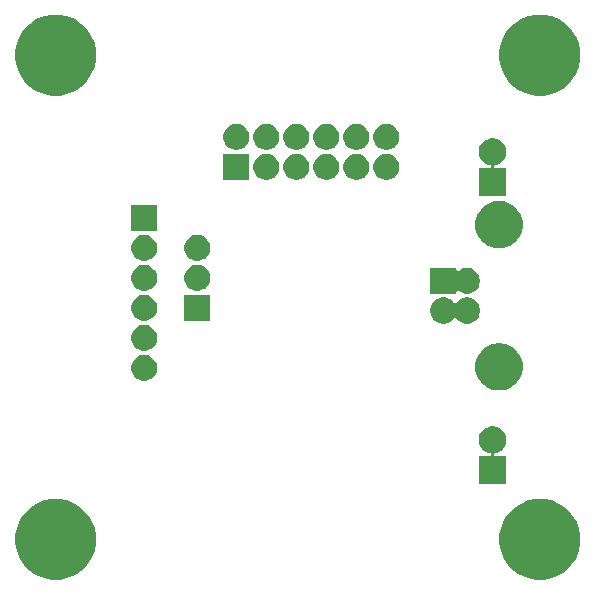
<source format=gbs>
G04 #@! TF.GenerationSoftware,KiCad,Pcbnew,(5.1.5)-3*
G04 #@! TF.CreationDate,2020-05-21T16:35:35-04:00*
G04 #@! TF.ProjectId,FTDI-USB-TTL-49MM,46544449-2d55-4534-922d-54544c2d3439,1*
G04 #@! TF.SameCoordinates,Original*
G04 #@! TF.FileFunction,Soldermask,Bot*
G04 #@! TF.FilePolarity,Negative*
%FSLAX46Y46*%
G04 Gerber Fmt 4.6, Leading zero omitted, Abs format (unit mm)*
G04 Created by KiCad (PCBNEW (5.1.5)-3) date 2020-05-21 16:35:35*
%MOMM*%
%LPD*%
G04 APERTURE LIST*
%ADD10C,0.150000*%
G04 APERTURE END LIST*
D10*
G36*
X46000201Y-41702774D02*
G01*
X46624239Y-41961259D01*
X46624240Y-41961260D01*
X47185860Y-42336522D01*
X47663478Y-42814140D01*
X47914220Y-43189403D01*
X48038741Y-43375761D01*
X48297226Y-43999799D01*
X48429000Y-44662272D01*
X48429000Y-45337728D01*
X48297226Y-46000201D01*
X48038741Y-46624239D01*
X48038740Y-46624240D01*
X47663478Y-47185860D01*
X47185860Y-47663478D01*
X46810597Y-47914220D01*
X46624239Y-48038741D01*
X46000201Y-48297226D01*
X45337728Y-48429000D01*
X44662272Y-48429000D01*
X43999799Y-48297226D01*
X43375761Y-48038741D01*
X43189403Y-47914220D01*
X42814140Y-47663478D01*
X42336522Y-47185860D01*
X41961260Y-46624240D01*
X41961259Y-46624239D01*
X41702774Y-46000201D01*
X41571000Y-45337728D01*
X41571000Y-44662272D01*
X41702774Y-43999799D01*
X41961259Y-43375761D01*
X42085780Y-43189403D01*
X42336522Y-42814140D01*
X42814140Y-42336522D01*
X43375760Y-41961260D01*
X43375761Y-41961259D01*
X43999799Y-41702774D01*
X44662272Y-41571000D01*
X45337728Y-41571000D01*
X46000201Y-41702774D01*
G37*
G36*
X5000201Y-41702774D02*
G01*
X5624239Y-41961259D01*
X5624240Y-41961260D01*
X6185860Y-42336522D01*
X6663478Y-42814140D01*
X6914220Y-43189403D01*
X7038741Y-43375761D01*
X7297226Y-43999799D01*
X7429000Y-44662272D01*
X7429000Y-45337728D01*
X7297226Y-46000201D01*
X7038741Y-46624239D01*
X7038740Y-46624240D01*
X6663478Y-47185860D01*
X6185860Y-47663478D01*
X5810597Y-47914220D01*
X5624239Y-48038741D01*
X5000201Y-48297226D01*
X4337728Y-48429000D01*
X3662272Y-48429000D01*
X2999799Y-48297226D01*
X2375761Y-48038741D01*
X2189403Y-47914220D01*
X1814140Y-47663478D01*
X1336522Y-47185860D01*
X961260Y-46624240D01*
X961259Y-46624239D01*
X702774Y-46000201D01*
X571000Y-45337728D01*
X571000Y-44662272D01*
X702774Y-43999799D01*
X961259Y-43375761D01*
X1085780Y-43189403D01*
X1336522Y-42814140D01*
X1814140Y-42336522D01*
X2375760Y-41961260D01*
X2375761Y-41961259D01*
X2999799Y-41702774D01*
X3662272Y-41571000D01*
X4337728Y-41571000D01*
X5000201Y-41702774D01*
G37*
G36*
X41336609Y-35466347D02*
G01*
X41546623Y-35553337D01*
X41735632Y-35679629D01*
X41896371Y-35840368D01*
X42022663Y-36029377D01*
X42109653Y-36239391D01*
X42154000Y-36462340D01*
X42154000Y-36689660D01*
X42109653Y-36912609D01*
X42022663Y-37122623D01*
X41896371Y-37311632D01*
X41735632Y-37472371D01*
X41546623Y-37598663D01*
X41336609Y-37685653D01*
X41192067Y-37714404D01*
X41168618Y-37721517D01*
X41147007Y-37733068D01*
X41128065Y-37748613D01*
X41112520Y-37767555D01*
X41100969Y-37789166D01*
X41093856Y-37812615D01*
X41091454Y-37837001D01*
X41093856Y-37861387D01*
X41100969Y-37884836D01*
X41112520Y-37906447D01*
X41128065Y-37925389D01*
X41147007Y-37940934D01*
X41168618Y-37952485D01*
X41192067Y-37959598D01*
X41216453Y-37962000D01*
X42154000Y-37962000D01*
X42154000Y-40270000D01*
X39846000Y-40270000D01*
X39846000Y-37962000D01*
X40783547Y-37962000D01*
X40807933Y-37959598D01*
X40831382Y-37952485D01*
X40852993Y-37940934D01*
X40871935Y-37925389D01*
X40887480Y-37906447D01*
X40899031Y-37884836D01*
X40906144Y-37861387D01*
X40908546Y-37837001D01*
X40906144Y-37812615D01*
X40899031Y-37789166D01*
X40887480Y-37767555D01*
X40871935Y-37748613D01*
X40852993Y-37733068D01*
X40831382Y-37721517D01*
X40807933Y-37714404D01*
X40663391Y-37685653D01*
X40453377Y-37598663D01*
X40264368Y-37472371D01*
X40103629Y-37311632D01*
X39977337Y-37122623D01*
X39890347Y-36912609D01*
X39846000Y-36689660D01*
X39846000Y-36462340D01*
X39890347Y-36239391D01*
X39977337Y-36029377D01*
X40103629Y-35840368D01*
X40264368Y-35679629D01*
X40453377Y-35553337D01*
X40663391Y-35466347D01*
X40886340Y-35422000D01*
X41113660Y-35422000D01*
X41336609Y-35466347D01*
G37*
G36*
X41930961Y-28418506D02*
G01*
X42124545Y-28457013D01*
X42489250Y-28608079D01*
X42817475Y-28827392D01*
X43096608Y-29106525D01*
X43305014Y-29418426D01*
X43315922Y-29434752D01*
X43466987Y-29799456D01*
X43544000Y-30186622D01*
X43544000Y-30581378D01*
X43542536Y-30588736D01*
X43466987Y-30968545D01*
X43315921Y-31333250D01*
X43096608Y-31661475D01*
X42817475Y-31940608D01*
X42489250Y-32159921D01*
X42124545Y-32310987D01*
X41930961Y-32349494D01*
X41737378Y-32388000D01*
X41342622Y-32388000D01*
X41149039Y-32349494D01*
X40955455Y-32310987D01*
X40590750Y-32159921D01*
X40262525Y-31940608D01*
X39983392Y-31661475D01*
X39764079Y-31333250D01*
X39613013Y-30968545D01*
X39537464Y-30588736D01*
X39536000Y-30581378D01*
X39536000Y-30186622D01*
X39613013Y-29799456D01*
X39764078Y-29434752D01*
X39774987Y-29418426D01*
X39983392Y-29106525D01*
X40262525Y-28827392D01*
X40590750Y-28608079D01*
X40955455Y-28457013D01*
X41149039Y-28418506D01*
X41342622Y-28380000D01*
X41737378Y-28380000D01*
X41930961Y-28418506D01*
G37*
G36*
X11822024Y-29418425D02*
G01*
X12022939Y-29501647D01*
X12022940Y-29501648D01*
X12203759Y-29622467D01*
X12357533Y-29776241D01*
X12418353Y-29867265D01*
X12478353Y-29957061D01*
X12561575Y-30157976D01*
X12604000Y-30371264D01*
X12604000Y-30588736D01*
X12561575Y-30802024D01*
X12478353Y-31002939D01*
X12478352Y-31002940D01*
X12357533Y-31183759D01*
X12203759Y-31337533D01*
X12112735Y-31398353D01*
X12022939Y-31458353D01*
X11822024Y-31541575D01*
X11608736Y-31584000D01*
X11391264Y-31584000D01*
X11177976Y-31541575D01*
X10977061Y-31458353D01*
X10887265Y-31398353D01*
X10796241Y-31337533D01*
X10642467Y-31183759D01*
X10521648Y-31002940D01*
X10521647Y-31002939D01*
X10438425Y-30802024D01*
X10396000Y-30588736D01*
X10396000Y-30371264D01*
X10438425Y-30157976D01*
X10521647Y-29957061D01*
X10581647Y-29867265D01*
X10642467Y-29776241D01*
X10796241Y-29622467D01*
X10977060Y-29501648D01*
X10977061Y-29501647D01*
X11177976Y-29418425D01*
X11391264Y-29376000D01*
X11608736Y-29376000D01*
X11822024Y-29418425D01*
G37*
G36*
X11822024Y-26878425D02*
G01*
X12022939Y-26961647D01*
X12022940Y-26961648D01*
X12203759Y-27082467D01*
X12357533Y-27236241D01*
X12357534Y-27236243D01*
X12478353Y-27417061D01*
X12561575Y-27617976D01*
X12604000Y-27831264D01*
X12604000Y-28048736D01*
X12561575Y-28262024D01*
X12478353Y-28462939D01*
X12478352Y-28462940D01*
X12357533Y-28643759D01*
X12203759Y-28797533D01*
X12112735Y-28858353D01*
X12022939Y-28918353D01*
X11822024Y-29001575D01*
X11608736Y-29044000D01*
X11391264Y-29044000D01*
X11177976Y-29001575D01*
X10977061Y-28918353D01*
X10887265Y-28858353D01*
X10796241Y-28797533D01*
X10642467Y-28643759D01*
X10521648Y-28462940D01*
X10521647Y-28462939D01*
X10438425Y-28262024D01*
X10396000Y-28048736D01*
X10396000Y-27831264D01*
X10438425Y-27617976D01*
X10521647Y-27417061D01*
X10642466Y-27236243D01*
X10642467Y-27236241D01*
X10796241Y-27082467D01*
X10977060Y-26961648D01*
X10977061Y-26961647D01*
X11177976Y-26878425D01*
X11391264Y-26836000D01*
X11608736Y-26836000D01*
X11822024Y-26878425D01*
G37*
G36*
X37152024Y-24552425D02*
G01*
X37352939Y-24635647D01*
X37352940Y-24635648D01*
X37533759Y-24756467D01*
X37687533Y-24910241D01*
X37687534Y-24910243D01*
X37726067Y-24967912D01*
X37741612Y-24986854D01*
X37760554Y-25002399D01*
X37782165Y-25013950D01*
X37805614Y-25021063D01*
X37830000Y-25023465D01*
X37854386Y-25021063D01*
X37877835Y-25013950D01*
X37899446Y-25002399D01*
X37918388Y-24986854D01*
X37933933Y-24967912D01*
X37972466Y-24910243D01*
X37972467Y-24910241D01*
X38126241Y-24756467D01*
X38307060Y-24635648D01*
X38307061Y-24635647D01*
X38507976Y-24552425D01*
X38721264Y-24510000D01*
X38938736Y-24510000D01*
X39152024Y-24552425D01*
X39352939Y-24635647D01*
X39352940Y-24635648D01*
X39533759Y-24756467D01*
X39687533Y-24910241D01*
X39687534Y-24910243D01*
X39808353Y-25091061D01*
X39891575Y-25291976D01*
X39934000Y-25505264D01*
X39934000Y-25722736D01*
X39891575Y-25936024D01*
X39808353Y-26136939D01*
X39808352Y-26136940D01*
X39687533Y-26317759D01*
X39533759Y-26471533D01*
X39442735Y-26532353D01*
X39352939Y-26592353D01*
X39152024Y-26675575D01*
X38938736Y-26718000D01*
X38721264Y-26718000D01*
X38507976Y-26675575D01*
X38307061Y-26592353D01*
X38217265Y-26532353D01*
X38126241Y-26471533D01*
X37972467Y-26317759D01*
X37933931Y-26260085D01*
X37918388Y-26241146D01*
X37899446Y-26225601D01*
X37877835Y-26214050D01*
X37854386Y-26206937D01*
X37830000Y-26204535D01*
X37805614Y-26206937D01*
X37782165Y-26214050D01*
X37760554Y-26225601D01*
X37741612Y-26241146D01*
X37726069Y-26260085D01*
X37687533Y-26317759D01*
X37533759Y-26471533D01*
X37442735Y-26532353D01*
X37352939Y-26592353D01*
X37152024Y-26675575D01*
X36938736Y-26718000D01*
X36721264Y-26718000D01*
X36507976Y-26675575D01*
X36307061Y-26592353D01*
X36217265Y-26532353D01*
X36126241Y-26471533D01*
X35972467Y-26317759D01*
X35851648Y-26136940D01*
X35851647Y-26136939D01*
X35768425Y-25936024D01*
X35726000Y-25722736D01*
X35726000Y-25505264D01*
X35768425Y-25291976D01*
X35851647Y-25091061D01*
X35972466Y-24910243D01*
X35972467Y-24910241D01*
X36126241Y-24756467D01*
X36307060Y-24635648D01*
X36307061Y-24635647D01*
X36507976Y-24552425D01*
X36721264Y-24510000D01*
X36938736Y-24510000D01*
X37152024Y-24552425D01*
G37*
G36*
X11822024Y-24338425D02*
G01*
X12022939Y-24421647D01*
X12022940Y-24421648D01*
X12203759Y-24542467D01*
X12357533Y-24696241D01*
X12418353Y-24787265D01*
X12478353Y-24877061D01*
X12561575Y-25077976D01*
X12604000Y-25291264D01*
X12604000Y-25508736D01*
X12561575Y-25722024D01*
X12478353Y-25922939D01*
X12478352Y-25922940D01*
X12357533Y-26103759D01*
X12203759Y-26257533D01*
X12199935Y-26260088D01*
X12022939Y-26378353D01*
X11822024Y-26461575D01*
X11608736Y-26504000D01*
X11391264Y-26504000D01*
X11177976Y-26461575D01*
X10977061Y-26378353D01*
X10800065Y-26260088D01*
X10796241Y-26257533D01*
X10642467Y-26103759D01*
X10521648Y-25922940D01*
X10521647Y-25922939D01*
X10438425Y-25722024D01*
X10396000Y-25508736D01*
X10396000Y-25291264D01*
X10438425Y-25077976D01*
X10521647Y-24877061D01*
X10581647Y-24787265D01*
X10642467Y-24696241D01*
X10796241Y-24542467D01*
X10977060Y-24421648D01*
X10977061Y-24421647D01*
X11177976Y-24338425D01*
X11391264Y-24296000D01*
X11608736Y-24296000D01*
X11822024Y-24338425D01*
G37*
G36*
X17104000Y-26504000D02*
G01*
X14896000Y-26504000D01*
X14896000Y-24296000D01*
X17104000Y-24296000D01*
X17104000Y-26504000D01*
G37*
G36*
X37934000Y-22151062D02*
G01*
X37936402Y-22175448D01*
X37943515Y-22198897D01*
X37955066Y-22220508D01*
X37970611Y-22239450D01*
X37989553Y-22254995D01*
X38011164Y-22266546D01*
X38034613Y-22273659D01*
X38058999Y-22276061D01*
X38083385Y-22273659D01*
X38106834Y-22266546D01*
X38128440Y-22254998D01*
X38307060Y-22135648D01*
X38307061Y-22135647D01*
X38507976Y-22052425D01*
X38721264Y-22010000D01*
X38938736Y-22010000D01*
X39152024Y-22052425D01*
X39352939Y-22135647D01*
X39352940Y-22135648D01*
X39533759Y-22256467D01*
X39687533Y-22410241D01*
X39687534Y-22410243D01*
X39808353Y-22591061D01*
X39891575Y-22791976D01*
X39934000Y-23005264D01*
X39934000Y-23222736D01*
X39891575Y-23436024D01*
X39808353Y-23636939D01*
X39808352Y-23636940D01*
X39687533Y-23817759D01*
X39533759Y-23971533D01*
X39508291Y-23988550D01*
X39352939Y-24092353D01*
X39152024Y-24175575D01*
X38938736Y-24218000D01*
X38721264Y-24218000D01*
X38507976Y-24175575D01*
X38307061Y-24092353D01*
X38180058Y-24007492D01*
X38128440Y-23973002D01*
X38106834Y-23961454D01*
X38083385Y-23954341D01*
X38058999Y-23951939D01*
X38034613Y-23954341D01*
X38011164Y-23961454D01*
X37989554Y-23973005D01*
X37970612Y-23988550D01*
X37955066Y-24007492D01*
X37943515Y-24029103D01*
X37936402Y-24052552D01*
X37934000Y-24076938D01*
X37934000Y-24218000D01*
X35726000Y-24218000D01*
X35726000Y-22010000D01*
X37934000Y-22010000D01*
X37934000Y-22151062D01*
G37*
G36*
X11822024Y-21798425D02*
G01*
X12022939Y-21881647D01*
X12022940Y-21881648D01*
X12203759Y-22002467D01*
X12357533Y-22156241D01*
X12386035Y-22198897D01*
X12478353Y-22337061D01*
X12561575Y-22537976D01*
X12604000Y-22751264D01*
X12604000Y-22968736D01*
X12561575Y-23182024D01*
X12478353Y-23382939D01*
X12478352Y-23382940D01*
X12357533Y-23563759D01*
X12203759Y-23717533D01*
X12112735Y-23778353D01*
X12022939Y-23838353D01*
X11822024Y-23921575D01*
X11608736Y-23964000D01*
X11391264Y-23964000D01*
X11177976Y-23921575D01*
X10977061Y-23838353D01*
X10887265Y-23778353D01*
X10796241Y-23717533D01*
X10642467Y-23563759D01*
X10521648Y-23382940D01*
X10521647Y-23382939D01*
X10438425Y-23182024D01*
X10396000Y-22968736D01*
X10396000Y-22751264D01*
X10438425Y-22537976D01*
X10521647Y-22337061D01*
X10613965Y-22198897D01*
X10642467Y-22156241D01*
X10796241Y-22002467D01*
X10977060Y-21881648D01*
X10977061Y-21881647D01*
X11177976Y-21798425D01*
X11391264Y-21756000D01*
X11608736Y-21756000D01*
X11822024Y-21798425D01*
G37*
G36*
X16322024Y-21798425D02*
G01*
X16522939Y-21881647D01*
X16522940Y-21881648D01*
X16703759Y-22002467D01*
X16857533Y-22156241D01*
X16886035Y-22198897D01*
X16978353Y-22337061D01*
X17061575Y-22537976D01*
X17104000Y-22751264D01*
X17104000Y-22968736D01*
X17061575Y-23182024D01*
X16978353Y-23382939D01*
X16978352Y-23382940D01*
X16857533Y-23563759D01*
X16703759Y-23717533D01*
X16612735Y-23778353D01*
X16522939Y-23838353D01*
X16322024Y-23921575D01*
X16108736Y-23964000D01*
X15891264Y-23964000D01*
X15677976Y-23921575D01*
X15477061Y-23838353D01*
X15387265Y-23778353D01*
X15296241Y-23717533D01*
X15142467Y-23563759D01*
X15021648Y-23382940D01*
X15021647Y-23382939D01*
X14938425Y-23182024D01*
X14896000Y-22968736D01*
X14896000Y-22751264D01*
X14938425Y-22537976D01*
X15021647Y-22337061D01*
X15113965Y-22198897D01*
X15142467Y-22156241D01*
X15296241Y-22002467D01*
X15477060Y-21881648D01*
X15477061Y-21881647D01*
X15677976Y-21798425D01*
X15891264Y-21756000D01*
X16108736Y-21756000D01*
X16322024Y-21798425D01*
G37*
G36*
X11822024Y-19258425D02*
G01*
X12022939Y-19341647D01*
X12022940Y-19341648D01*
X12203759Y-19462467D01*
X12357533Y-19616241D01*
X12357534Y-19616243D01*
X12478353Y-19797061D01*
X12561575Y-19997976D01*
X12604000Y-20211264D01*
X12604000Y-20428736D01*
X12561575Y-20642024D01*
X12478353Y-20842939D01*
X12478352Y-20842940D01*
X12357533Y-21023759D01*
X12203759Y-21177533D01*
X12112735Y-21238353D01*
X12022939Y-21298353D01*
X11822024Y-21381575D01*
X11608736Y-21424000D01*
X11391264Y-21424000D01*
X11177976Y-21381575D01*
X10977061Y-21298353D01*
X10887265Y-21238353D01*
X10796241Y-21177533D01*
X10642467Y-21023759D01*
X10521648Y-20842940D01*
X10521647Y-20842939D01*
X10438425Y-20642024D01*
X10396000Y-20428736D01*
X10396000Y-20211264D01*
X10438425Y-19997976D01*
X10521647Y-19797061D01*
X10642466Y-19616243D01*
X10642467Y-19616241D01*
X10796241Y-19462467D01*
X10977060Y-19341648D01*
X10977061Y-19341647D01*
X11177976Y-19258425D01*
X11391264Y-19216000D01*
X11608736Y-19216000D01*
X11822024Y-19258425D01*
G37*
G36*
X16322024Y-19258425D02*
G01*
X16522939Y-19341647D01*
X16522940Y-19341648D01*
X16703759Y-19462467D01*
X16857533Y-19616241D01*
X16857534Y-19616243D01*
X16978353Y-19797061D01*
X17061575Y-19997976D01*
X17104000Y-20211264D01*
X17104000Y-20428736D01*
X17061575Y-20642024D01*
X16978353Y-20842939D01*
X16978352Y-20842940D01*
X16857533Y-21023759D01*
X16703759Y-21177533D01*
X16612735Y-21238353D01*
X16522939Y-21298353D01*
X16322024Y-21381575D01*
X16108736Y-21424000D01*
X15891264Y-21424000D01*
X15677976Y-21381575D01*
X15477061Y-21298353D01*
X15387265Y-21238353D01*
X15296241Y-21177533D01*
X15142467Y-21023759D01*
X15021648Y-20842940D01*
X15021647Y-20842939D01*
X14938425Y-20642024D01*
X14896000Y-20428736D01*
X14896000Y-20211264D01*
X14938425Y-19997976D01*
X15021647Y-19797061D01*
X15142466Y-19616243D01*
X15142467Y-19616241D01*
X15296241Y-19462467D01*
X15477060Y-19341648D01*
X15477061Y-19341647D01*
X15677976Y-19258425D01*
X15891264Y-19216000D01*
X16108736Y-19216000D01*
X16322024Y-19258425D01*
G37*
G36*
X41930961Y-16378506D02*
G01*
X42124545Y-16417013D01*
X42489250Y-16568079D01*
X42817475Y-16787392D01*
X43096608Y-17066525D01*
X43315921Y-17394750D01*
X43466987Y-17759455D01*
X43544000Y-18146623D01*
X43544000Y-18541377D01*
X43466987Y-18928545D01*
X43315921Y-19293250D01*
X43096608Y-19621475D01*
X42817475Y-19900608D01*
X42489250Y-20119921D01*
X42124545Y-20270987D01*
X41930961Y-20309494D01*
X41737378Y-20348000D01*
X41342622Y-20348000D01*
X41149039Y-20309493D01*
X40955455Y-20270987D01*
X40590750Y-20119921D01*
X40262525Y-19900608D01*
X39983392Y-19621475D01*
X39764079Y-19293250D01*
X39613013Y-18928545D01*
X39536000Y-18541377D01*
X39536000Y-18146623D01*
X39613013Y-17759455D01*
X39764079Y-17394750D01*
X39983392Y-17066525D01*
X40262525Y-16787392D01*
X40590750Y-16568079D01*
X40955455Y-16417013D01*
X41149039Y-16378506D01*
X41342622Y-16340000D01*
X41737378Y-16340000D01*
X41930961Y-16378506D01*
G37*
G36*
X12604000Y-18884000D02*
G01*
X10396000Y-18884000D01*
X10396000Y-16676000D01*
X12604000Y-16676000D01*
X12604000Y-18884000D01*
G37*
G36*
X41336609Y-11080347D02*
G01*
X41546623Y-11167337D01*
X41735632Y-11293629D01*
X41896371Y-11454368D01*
X42022663Y-11643377D01*
X42109653Y-11853391D01*
X42154000Y-12076340D01*
X42154000Y-12303660D01*
X42109653Y-12526609D01*
X42022663Y-12736623D01*
X41896371Y-12925632D01*
X41735632Y-13086371D01*
X41546623Y-13212663D01*
X41336609Y-13299653D01*
X41192067Y-13328404D01*
X41168618Y-13335517D01*
X41147007Y-13347068D01*
X41128065Y-13362613D01*
X41112520Y-13381555D01*
X41100969Y-13403166D01*
X41093856Y-13426615D01*
X41091454Y-13451001D01*
X41093856Y-13475387D01*
X41100969Y-13498836D01*
X41112520Y-13520447D01*
X41128065Y-13539389D01*
X41147007Y-13554934D01*
X41168618Y-13566485D01*
X41192067Y-13573598D01*
X41216453Y-13576000D01*
X42154000Y-13576000D01*
X42154000Y-15884000D01*
X39846000Y-15884000D01*
X39846000Y-13576000D01*
X40783547Y-13576000D01*
X40807933Y-13573598D01*
X40831382Y-13566485D01*
X40852993Y-13554934D01*
X40871935Y-13539389D01*
X40887480Y-13520447D01*
X40899031Y-13498836D01*
X40906144Y-13475387D01*
X40908546Y-13451001D01*
X40906144Y-13426615D01*
X40899031Y-13403166D01*
X40887480Y-13381555D01*
X40871935Y-13362613D01*
X40852993Y-13347068D01*
X40831382Y-13335517D01*
X40807933Y-13328404D01*
X40663391Y-13299653D01*
X40453377Y-13212663D01*
X40264368Y-13086371D01*
X40103629Y-12925632D01*
X39977337Y-12736623D01*
X39890347Y-12526609D01*
X39846000Y-12303660D01*
X39846000Y-12076340D01*
X39890347Y-11853391D01*
X39977337Y-11643377D01*
X40103629Y-11454368D01*
X40264368Y-11293629D01*
X40453377Y-11167337D01*
X40663391Y-11080347D01*
X40886340Y-11036000D01*
X41113660Y-11036000D01*
X41336609Y-11080347D01*
G37*
G36*
X32326024Y-12400425D02*
G01*
X32526939Y-12483647D01*
X32526940Y-12483648D01*
X32707759Y-12604467D01*
X32861533Y-12758241D01*
X32861534Y-12758243D01*
X32982353Y-12939061D01*
X33065575Y-13139976D01*
X33108000Y-13353264D01*
X33108000Y-13570736D01*
X33065575Y-13784024D01*
X32982353Y-13984939D01*
X32982352Y-13984940D01*
X32861533Y-14165759D01*
X32707759Y-14319533D01*
X32616735Y-14380353D01*
X32526939Y-14440353D01*
X32326024Y-14523575D01*
X32112736Y-14566000D01*
X31895264Y-14566000D01*
X31681976Y-14523575D01*
X31481061Y-14440353D01*
X31391265Y-14380353D01*
X31300241Y-14319533D01*
X31146467Y-14165759D01*
X31025648Y-13984940D01*
X31025647Y-13984939D01*
X30942425Y-13784024D01*
X30900000Y-13570736D01*
X30900000Y-13353264D01*
X30942425Y-13139976D01*
X31025647Y-12939061D01*
X31146466Y-12758243D01*
X31146467Y-12758241D01*
X31300241Y-12604467D01*
X31481060Y-12483648D01*
X31481061Y-12483647D01*
X31681976Y-12400425D01*
X31895264Y-12358000D01*
X32112736Y-12358000D01*
X32326024Y-12400425D01*
G37*
G36*
X29786024Y-12400425D02*
G01*
X29986939Y-12483647D01*
X29986940Y-12483648D01*
X30167759Y-12604467D01*
X30321533Y-12758241D01*
X30321534Y-12758243D01*
X30442353Y-12939061D01*
X30525575Y-13139976D01*
X30568000Y-13353264D01*
X30568000Y-13570736D01*
X30525575Y-13784024D01*
X30442353Y-13984939D01*
X30442352Y-13984940D01*
X30321533Y-14165759D01*
X30167759Y-14319533D01*
X30076735Y-14380353D01*
X29986939Y-14440353D01*
X29786024Y-14523575D01*
X29572736Y-14566000D01*
X29355264Y-14566000D01*
X29141976Y-14523575D01*
X28941061Y-14440353D01*
X28851265Y-14380353D01*
X28760241Y-14319533D01*
X28606467Y-14165759D01*
X28485648Y-13984940D01*
X28485647Y-13984939D01*
X28402425Y-13784024D01*
X28360000Y-13570736D01*
X28360000Y-13353264D01*
X28402425Y-13139976D01*
X28485647Y-12939061D01*
X28606466Y-12758243D01*
X28606467Y-12758241D01*
X28760241Y-12604467D01*
X28941060Y-12483648D01*
X28941061Y-12483647D01*
X29141976Y-12400425D01*
X29355264Y-12358000D01*
X29572736Y-12358000D01*
X29786024Y-12400425D01*
G37*
G36*
X24706024Y-12400425D02*
G01*
X24906939Y-12483647D01*
X24906940Y-12483648D01*
X25087759Y-12604467D01*
X25241533Y-12758241D01*
X25241534Y-12758243D01*
X25362353Y-12939061D01*
X25445575Y-13139976D01*
X25488000Y-13353264D01*
X25488000Y-13570736D01*
X25445575Y-13784024D01*
X25362353Y-13984939D01*
X25362352Y-13984940D01*
X25241533Y-14165759D01*
X25087759Y-14319533D01*
X24996735Y-14380353D01*
X24906939Y-14440353D01*
X24706024Y-14523575D01*
X24492736Y-14566000D01*
X24275264Y-14566000D01*
X24061976Y-14523575D01*
X23861061Y-14440353D01*
X23771265Y-14380353D01*
X23680241Y-14319533D01*
X23526467Y-14165759D01*
X23405648Y-13984940D01*
X23405647Y-13984939D01*
X23322425Y-13784024D01*
X23280000Y-13570736D01*
X23280000Y-13353264D01*
X23322425Y-13139976D01*
X23405647Y-12939061D01*
X23526466Y-12758243D01*
X23526467Y-12758241D01*
X23680241Y-12604467D01*
X23861060Y-12483648D01*
X23861061Y-12483647D01*
X24061976Y-12400425D01*
X24275264Y-12358000D01*
X24492736Y-12358000D01*
X24706024Y-12400425D01*
G37*
G36*
X22166024Y-12400425D02*
G01*
X22366939Y-12483647D01*
X22366940Y-12483648D01*
X22547759Y-12604467D01*
X22701533Y-12758241D01*
X22701534Y-12758243D01*
X22822353Y-12939061D01*
X22905575Y-13139976D01*
X22948000Y-13353264D01*
X22948000Y-13570736D01*
X22905575Y-13784024D01*
X22822353Y-13984939D01*
X22822352Y-13984940D01*
X22701533Y-14165759D01*
X22547759Y-14319533D01*
X22456735Y-14380353D01*
X22366939Y-14440353D01*
X22166024Y-14523575D01*
X21952736Y-14566000D01*
X21735264Y-14566000D01*
X21521976Y-14523575D01*
X21321061Y-14440353D01*
X21231265Y-14380353D01*
X21140241Y-14319533D01*
X20986467Y-14165759D01*
X20865648Y-13984940D01*
X20865647Y-13984939D01*
X20782425Y-13784024D01*
X20740000Y-13570736D01*
X20740000Y-13353264D01*
X20782425Y-13139976D01*
X20865647Y-12939061D01*
X20986466Y-12758243D01*
X20986467Y-12758241D01*
X21140241Y-12604467D01*
X21321060Y-12483648D01*
X21321061Y-12483647D01*
X21521976Y-12400425D01*
X21735264Y-12358000D01*
X21952736Y-12358000D01*
X22166024Y-12400425D01*
G37*
G36*
X20408000Y-14566000D02*
G01*
X18200000Y-14566000D01*
X18200000Y-12358000D01*
X20408000Y-12358000D01*
X20408000Y-14566000D01*
G37*
G36*
X27246024Y-12400425D02*
G01*
X27446939Y-12483647D01*
X27446940Y-12483648D01*
X27627759Y-12604467D01*
X27781533Y-12758241D01*
X27781534Y-12758243D01*
X27902353Y-12939061D01*
X27985575Y-13139976D01*
X28028000Y-13353264D01*
X28028000Y-13570736D01*
X27985575Y-13784024D01*
X27902353Y-13984939D01*
X27902352Y-13984940D01*
X27781533Y-14165759D01*
X27627759Y-14319533D01*
X27536735Y-14380353D01*
X27446939Y-14440353D01*
X27246024Y-14523575D01*
X27032736Y-14566000D01*
X26815264Y-14566000D01*
X26601976Y-14523575D01*
X26401061Y-14440353D01*
X26311265Y-14380353D01*
X26220241Y-14319533D01*
X26066467Y-14165759D01*
X25945648Y-13984940D01*
X25945647Y-13984939D01*
X25862425Y-13784024D01*
X25820000Y-13570736D01*
X25820000Y-13353264D01*
X25862425Y-13139976D01*
X25945647Y-12939061D01*
X26066466Y-12758243D01*
X26066467Y-12758241D01*
X26220241Y-12604467D01*
X26401060Y-12483648D01*
X26401061Y-12483647D01*
X26601976Y-12400425D01*
X26815264Y-12358000D01*
X27032736Y-12358000D01*
X27246024Y-12400425D01*
G37*
G36*
X19626024Y-9860425D02*
G01*
X19826939Y-9943647D01*
X19826940Y-9943648D01*
X20007759Y-10064467D01*
X20161533Y-10218241D01*
X20161534Y-10218243D01*
X20282353Y-10399061D01*
X20365575Y-10599976D01*
X20408000Y-10813264D01*
X20408000Y-11030736D01*
X20365575Y-11244024D01*
X20282353Y-11444939D01*
X20222353Y-11534735D01*
X20161533Y-11625759D01*
X20007759Y-11779533D01*
X19916735Y-11840353D01*
X19826939Y-11900353D01*
X19626024Y-11983575D01*
X19412736Y-12026000D01*
X19195264Y-12026000D01*
X18981976Y-11983575D01*
X18781061Y-11900353D01*
X18691265Y-11840353D01*
X18600241Y-11779533D01*
X18446467Y-11625759D01*
X18385647Y-11534735D01*
X18325647Y-11444939D01*
X18242425Y-11244024D01*
X18200000Y-11030736D01*
X18200000Y-10813264D01*
X18242425Y-10599976D01*
X18325647Y-10399061D01*
X18446466Y-10218243D01*
X18446467Y-10218241D01*
X18600241Y-10064467D01*
X18781060Y-9943648D01*
X18781061Y-9943647D01*
X18981976Y-9860425D01*
X19195264Y-9818000D01*
X19412736Y-9818000D01*
X19626024Y-9860425D01*
G37*
G36*
X32326024Y-9860425D02*
G01*
X32526939Y-9943647D01*
X32526940Y-9943648D01*
X32707759Y-10064467D01*
X32861533Y-10218241D01*
X32861534Y-10218243D01*
X32982353Y-10399061D01*
X33065575Y-10599976D01*
X33108000Y-10813264D01*
X33108000Y-11030736D01*
X33065575Y-11244024D01*
X32982353Y-11444939D01*
X32922353Y-11534735D01*
X32861533Y-11625759D01*
X32707759Y-11779533D01*
X32616735Y-11840353D01*
X32526939Y-11900353D01*
X32326024Y-11983575D01*
X32112736Y-12026000D01*
X31895264Y-12026000D01*
X31681976Y-11983575D01*
X31481061Y-11900353D01*
X31391265Y-11840353D01*
X31300241Y-11779533D01*
X31146467Y-11625759D01*
X31085647Y-11534735D01*
X31025647Y-11444939D01*
X30942425Y-11244024D01*
X30900000Y-11030736D01*
X30900000Y-10813264D01*
X30942425Y-10599976D01*
X31025647Y-10399061D01*
X31146466Y-10218243D01*
X31146467Y-10218241D01*
X31300241Y-10064467D01*
X31481060Y-9943648D01*
X31481061Y-9943647D01*
X31681976Y-9860425D01*
X31895264Y-9818000D01*
X32112736Y-9818000D01*
X32326024Y-9860425D01*
G37*
G36*
X29786024Y-9860425D02*
G01*
X29986939Y-9943647D01*
X29986940Y-9943648D01*
X30167759Y-10064467D01*
X30321533Y-10218241D01*
X30321534Y-10218243D01*
X30442353Y-10399061D01*
X30525575Y-10599976D01*
X30568000Y-10813264D01*
X30568000Y-11030736D01*
X30525575Y-11244024D01*
X30442353Y-11444939D01*
X30382353Y-11534735D01*
X30321533Y-11625759D01*
X30167759Y-11779533D01*
X30076735Y-11840353D01*
X29986939Y-11900353D01*
X29786024Y-11983575D01*
X29572736Y-12026000D01*
X29355264Y-12026000D01*
X29141976Y-11983575D01*
X28941061Y-11900353D01*
X28851265Y-11840353D01*
X28760241Y-11779533D01*
X28606467Y-11625759D01*
X28545647Y-11534735D01*
X28485647Y-11444939D01*
X28402425Y-11244024D01*
X28360000Y-11030736D01*
X28360000Y-10813264D01*
X28402425Y-10599976D01*
X28485647Y-10399061D01*
X28606466Y-10218243D01*
X28606467Y-10218241D01*
X28760241Y-10064467D01*
X28941060Y-9943648D01*
X28941061Y-9943647D01*
X29141976Y-9860425D01*
X29355264Y-9818000D01*
X29572736Y-9818000D01*
X29786024Y-9860425D01*
G37*
G36*
X27246024Y-9860425D02*
G01*
X27446939Y-9943647D01*
X27446940Y-9943648D01*
X27627759Y-10064467D01*
X27781533Y-10218241D01*
X27781534Y-10218243D01*
X27902353Y-10399061D01*
X27985575Y-10599976D01*
X28028000Y-10813264D01*
X28028000Y-11030736D01*
X27985575Y-11244024D01*
X27902353Y-11444939D01*
X27842353Y-11534735D01*
X27781533Y-11625759D01*
X27627759Y-11779533D01*
X27536735Y-11840353D01*
X27446939Y-11900353D01*
X27246024Y-11983575D01*
X27032736Y-12026000D01*
X26815264Y-12026000D01*
X26601976Y-11983575D01*
X26401061Y-11900353D01*
X26311265Y-11840353D01*
X26220241Y-11779533D01*
X26066467Y-11625759D01*
X26005647Y-11534735D01*
X25945647Y-11444939D01*
X25862425Y-11244024D01*
X25820000Y-11030736D01*
X25820000Y-10813264D01*
X25862425Y-10599976D01*
X25945647Y-10399061D01*
X26066466Y-10218243D01*
X26066467Y-10218241D01*
X26220241Y-10064467D01*
X26401060Y-9943648D01*
X26401061Y-9943647D01*
X26601976Y-9860425D01*
X26815264Y-9818000D01*
X27032736Y-9818000D01*
X27246024Y-9860425D01*
G37*
G36*
X24706024Y-9860425D02*
G01*
X24906939Y-9943647D01*
X24906940Y-9943648D01*
X25087759Y-10064467D01*
X25241533Y-10218241D01*
X25241534Y-10218243D01*
X25362353Y-10399061D01*
X25445575Y-10599976D01*
X25488000Y-10813264D01*
X25488000Y-11030736D01*
X25445575Y-11244024D01*
X25362353Y-11444939D01*
X25302353Y-11534735D01*
X25241533Y-11625759D01*
X25087759Y-11779533D01*
X24996735Y-11840353D01*
X24906939Y-11900353D01*
X24706024Y-11983575D01*
X24492736Y-12026000D01*
X24275264Y-12026000D01*
X24061976Y-11983575D01*
X23861061Y-11900353D01*
X23771265Y-11840353D01*
X23680241Y-11779533D01*
X23526467Y-11625759D01*
X23465647Y-11534735D01*
X23405647Y-11444939D01*
X23322425Y-11244024D01*
X23280000Y-11030736D01*
X23280000Y-10813264D01*
X23322425Y-10599976D01*
X23405647Y-10399061D01*
X23526466Y-10218243D01*
X23526467Y-10218241D01*
X23680241Y-10064467D01*
X23861060Y-9943648D01*
X23861061Y-9943647D01*
X24061976Y-9860425D01*
X24275264Y-9818000D01*
X24492736Y-9818000D01*
X24706024Y-9860425D01*
G37*
G36*
X22166024Y-9860425D02*
G01*
X22366939Y-9943647D01*
X22366940Y-9943648D01*
X22547759Y-10064467D01*
X22701533Y-10218241D01*
X22701534Y-10218243D01*
X22822353Y-10399061D01*
X22905575Y-10599976D01*
X22948000Y-10813264D01*
X22948000Y-11030736D01*
X22905575Y-11244024D01*
X22822353Y-11444939D01*
X22762353Y-11534735D01*
X22701533Y-11625759D01*
X22547759Y-11779533D01*
X22456735Y-11840353D01*
X22366939Y-11900353D01*
X22166024Y-11983575D01*
X21952736Y-12026000D01*
X21735264Y-12026000D01*
X21521976Y-11983575D01*
X21321061Y-11900353D01*
X21231265Y-11840353D01*
X21140241Y-11779533D01*
X20986467Y-11625759D01*
X20925647Y-11534735D01*
X20865647Y-11444939D01*
X20782425Y-11244024D01*
X20740000Y-11030736D01*
X20740000Y-10813264D01*
X20782425Y-10599976D01*
X20865647Y-10399061D01*
X20986466Y-10218243D01*
X20986467Y-10218241D01*
X21140241Y-10064467D01*
X21321060Y-9943648D01*
X21321061Y-9943647D01*
X21521976Y-9860425D01*
X21735264Y-9818000D01*
X21952736Y-9818000D01*
X22166024Y-9860425D01*
G37*
G36*
X5000201Y-702774D02*
G01*
X5624239Y-961259D01*
X5624240Y-961260D01*
X6185860Y-1336522D01*
X6663478Y-1814140D01*
X6914220Y-2189403D01*
X7038741Y-2375761D01*
X7297226Y-2999799D01*
X7429000Y-3662272D01*
X7429000Y-4337728D01*
X7297226Y-5000201D01*
X7038741Y-5624239D01*
X7038740Y-5624240D01*
X6663478Y-6185860D01*
X6185860Y-6663478D01*
X5810597Y-6914220D01*
X5624239Y-7038741D01*
X5000201Y-7297226D01*
X4337728Y-7429000D01*
X3662272Y-7429000D01*
X2999799Y-7297226D01*
X2375761Y-7038741D01*
X2189403Y-6914220D01*
X1814140Y-6663478D01*
X1336522Y-6185860D01*
X961260Y-5624240D01*
X961259Y-5624239D01*
X702774Y-5000201D01*
X571000Y-4337728D01*
X571000Y-3662272D01*
X702774Y-2999799D01*
X961259Y-2375761D01*
X1085780Y-2189403D01*
X1336522Y-1814140D01*
X1814140Y-1336522D01*
X2375760Y-961260D01*
X2375761Y-961259D01*
X2999799Y-702774D01*
X3662272Y-571000D01*
X4337728Y-571000D01*
X5000201Y-702774D01*
G37*
G36*
X46000201Y-702774D02*
G01*
X46624239Y-961259D01*
X46624240Y-961260D01*
X47185860Y-1336522D01*
X47663478Y-1814140D01*
X47914220Y-2189403D01*
X48038741Y-2375761D01*
X48297226Y-2999799D01*
X48429000Y-3662272D01*
X48429000Y-4337728D01*
X48297226Y-5000201D01*
X48038741Y-5624239D01*
X48038740Y-5624240D01*
X47663478Y-6185860D01*
X47185860Y-6663478D01*
X46810597Y-6914220D01*
X46624239Y-7038741D01*
X46000201Y-7297226D01*
X45337728Y-7429000D01*
X44662272Y-7429000D01*
X43999799Y-7297226D01*
X43375761Y-7038741D01*
X43189403Y-6914220D01*
X42814140Y-6663478D01*
X42336522Y-6185860D01*
X41961260Y-5624240D01*
X41961259Y-5624239D01*
X41702774Y-5000201D01*
X41571000Y-4337728D01*
X41571000Y-3662272D01*
X41702774Y-2999799D01*
X41961259Y-2375761D01*
X42085780Y-2189403D01*
X42336522Y-1814140D01*
X42814140Y-1336522D01*
X43375760Y-961260D01*
X43375761Y-961259D01*
X43999799Y-702774D01*
X44662272Y-571000D01*
X45337728Y-571000D01*
X46000201Y-702774D01*
G37*
M02*

</source>
